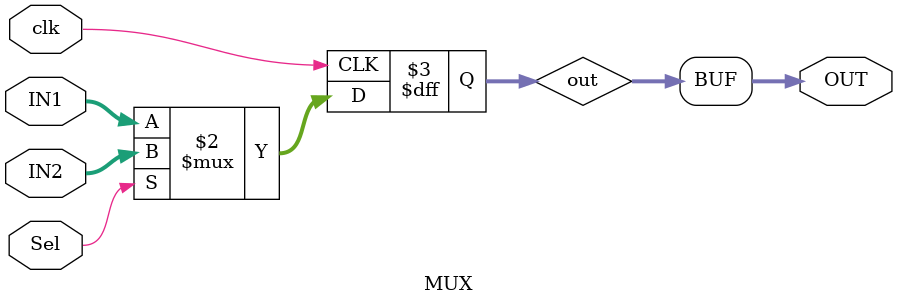
<source format=v>
`timescale 1ns / 1ps


module MUX(
    input clk,
    input [31:0] IN1,
    input [31:0] IN2,
    input Sel,
    output [31:0] OUT
    );
    
    reg [31:0]out;
    assign OUT = out;
    
    always @ (posedge clk) out = Sel?IN2:IN1; 
    
endmodule

</source>
